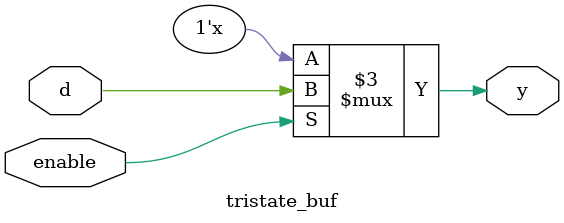
<source format=v>
module tristate_buf(input enable,input d,output reg y);
always@(d or enable)
begin
if(enable)
y <= d;
else
y <= 1'bz;
end
endmodule

</source>
